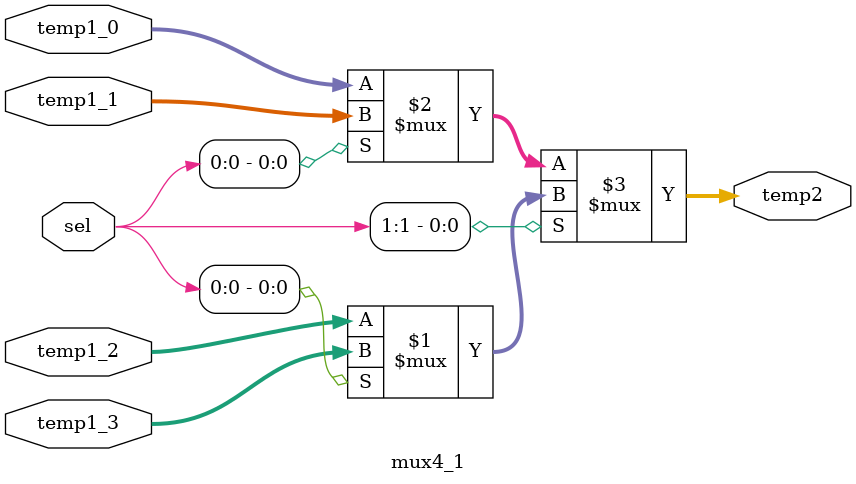
<source format=v>



module FFT
(
    input                   clk,reset,en,
    input       [31:0]      in_point0,in_point1,in_point2,in_point3,
    output      [31:0]      data_out,address,
    output                  we,done
);
wire    [31:0]    stage_1               [3:0];
wire    [31:0]    stage_2               [3:0];
wire    [31:0]    out_point0,out_point1,out_point2,out_point3;


//store
general_register point0( .D(in_point0),
                         .reset(reset), .clk(clk), .en(en),
                         .Q(stage_1[0]));

general_register point1( .D(in_point1),
                         .reset(reset), .clk(clk), .en(en),
                         .Q(stage_1[1]));

general_register point2( .D(in_point2),
                         .reset(reset), .clk(clk), .en(en),
                         .Q(stage_1[2]));

general_register point3( .D(in_point3),
                         .reset(reset), .clk(clk), .en(en),
                         .Q(stage_1[3]));

//compute node
butterfly stage1_0(.a(stage_1[0]),      .b(stage_1[2]),     .W(32'h00010000),
                   .x_even(stage_2[0]), .x_odd(stage_2[1]));

butterfly stage1_1(.a(stage_1[1]),      .b(stage_1[3]),     .W(32'h00010000),
                   .x_even(stage_2[2]), .x_odd(stage_2[3]));


//compute node
butterfly stage2_0(.a(stage_2[0]),     .b(stage_2[2]),     .W(32'h00010000),
                   .x_even(out_point0), .x_odd(out_point2));

butterfly stage2_1(.a(stage_2[1]),     .b(stage_2[3]),     .W(32'h0000FFFF),
                   .x_even(out_point3), .x_odd(out_point1));

controller control(.en(en), .clk(clk), .reset(reset),
                   .data_in_0(out_point0), .data_in_1(out_point1), .data_in_2(out_point2), .data_in_3(out_point3),
                   .we(we), .done(done),
                   .data_out(data_out), .address(address));

endmodule

///////////////////////BUTTERFLY////////////////////////////////////
module butterfly
(
    input       [31:0]      a,b,W,
    output      [31:0]      x_even,x_odd
);
wire    [31:0]      b_W;

complex_mult temp( .a(b[31:16]), .b(b[15:0]), .c(W[31:16]), .d(W[15:0]), .out(b_W));

adder_32bit even( .a(a), .b(b_W),
                  .real_cin('b0), .imag_cin('b0),
                  .sum(x_even));

adder_32bit odd ( .a(a), .b(b_W),
                  .real_cin('b1), .imag_cin('b1),
                  .sum(x_odd));


endmodule
///////////////////////CONTROLLER///////////////////////////////////
module controller
(
    input                   en,clk,reset,
    input       [31:0]      data_in_0,data_in_1,data_in_2,data_in_3,
    output                  we,done,
    output      [31:0]      data_out,address
);
reg     [2:0]   counter;
wire    [2:0]   count_temp;
wire            en_temp;
wire    [31:0]  data_out_temp,address_temp;

parameter address_0     ='h400100;
parameter address_1     ='h400110;
parameter address_2     ='h400120;
parameter address_3     ='h400130;
parameter address_done  ='h400060;

assign en_temp=(counter[2]&!counter[1]&counter[0])^en;
assign done=counter[2]&!counter[1]&counter[0];
assign we=en;

always @(posedge clk or posedge reset) begin
if(reset) counter <='b0;
else begin
    if (en_temp== 1) counter<=counter + 1;
end
end

adder_3bit sub( .a(counter), .b('b1),
                .cin('b1),
                .sum(count_temp));

mux4_1 data     ( .temp1_0(data_in_0), .temp1_1(data_in_1), .temp1_2(data_in_2), .temp1_3(data_in_3),
                  .sel(count_temp[1:0]),
                  .temp2(data_out_temp));

mux4_1 address_ ( .temp1_0(address_0), .temp1_1(address_1), .temp1_2(address_2), .temp1_3(address_3),
                  .sel(count_temp),
                  .temp2(address_temp));

assign data_out =done?{31'b0,done}:data_out_temp;
assign address  =done?address_done:address_temp;

endmodule
///////////////////////REGISTER/////////////////////////////////////

module general_register
(
	input					[31:0]		D,
	input			                    reset,clk,en,
	output	    reg         [31:0]		Q
);

always @ (posedge clk or posedge reset) begin
if(reset) Q<='b0;
else begin
	if (en==1) Q<=D;
end
end

endmodule


///////////////////////FULL ADDER_COMPLEX////////////////////////////

module adder_32bit
(
	input		[31:0]		a,b,
	input					real_cin,imag_cin,               //if 1 then subtract, 0 add
	output	    [31:0]		sum
);
wire            [15:0]      a_real,a_imag,b_real,b_imag;
wire			[15:0]		real_cout,imag_cout;

assign a_real=a[31:16];
assign b_real=b[31:16]^{16{real_cin}};
assign a_imag=a[15:0];
assign b_imag=b[15:0]^{16{imag_cin}};

adder a0  (.a(a_real[0]),  .b(b_real[0]),  .cin(real_cin),      .sum(sum[0]),  .cout(real_cout[0]));
adder a1  (.a(a_real[1]),  .b(b_real[1]),  .cin(real_cout[0]),  .sum(sum[1]),  .cout(real_cout[1]));
adder a2  (.a(a_real[2]),  .b(b_real[2]),  .cin(real_cout[1]),  .sum(sum[2]),  .cout(real_cout[2]));
adder a3  (.a(a_real[3]),  .b(b_real[3]),  .cin(real_cout[2]),  .sum(sum[3]),  .cout(real_cout[3]));
adder a4  (.a(a_real[4]),  .b(b_real[4]),  .cin(real_cout[3]),  .sum(sum[4]),  .cout(real_cout[4]));
adder a5  (.a(a_real[5]),  .b(b_real[5]),  .cin(real_cout[4]),  .sum(sum[5]),  .cout(real_cout[5]));
adder a6  (.a(a_real[6]),  .b(b_real[6]),  .cin(real_cout[5]),  .sum(sum[6]),  .cout(real_cout[6]));
adder a7  (.a(a_real[7]),  .b(b_real[7]),  .cin(real_cout[6]),  .sum(sum[7]),  .cout(real_cout[7]));
adder a8  (.a(a_real[8]),  .b(b_real[8]),  .cin(real_cout[7]),  .sum(sum[8]),  .cout(real_cout[8]));
adder a9  (.a(a_real[9]),  .b(b_real[9]),  .cin(real_cout[8]),  .sum(sum[9]),  .cout(real_cout[9]));
adder a10 (.a(a_real[10]), .b(b_real[10]), .cin(real_cout[9]),  .sum(sum[10]), .cout(real_cout[10]));
adder a11 (.a(a_real[11]), .b(b_real[11]), .cin(real_cout[10]), .sum(sum[11]), .cout(real_cout[11]));
adder a12 (.a(a_real[12]), .b(b_real[12]), .cin(real_cout[11]), .sum(sum[12]), .cout(real_cout[12]));
adder a13 (.a(a_real[13]), .b(b_real[13]), .cin(real_cout[12]), .sum(sum[13]), .cout(real_cout[13]));
adder a14 (.a(a_real[14]), .b(b_real[14]), .cin(real_cout[13]), .sum(sum[14]), .cout(real_cout[14]));
adder a15 (.a(a_real[15]), .b(b_real[15]), .cin(real_cout[14]), .sum(sum[15]), .cout(real_cout[15]));

adder a16 (.a(a_imag[0]),  .b(b_imag[0]),  .cin(imag_cin),      .sum(sum[16]), .cout(imag_cout[0]));
adder a17 (.a(a_imag[1]),  .b(b_imag[1]),  .cin(imag_cout[0]),  .sum(sum[17]), .cout(imag_cout[1]));
adder a18 (.a(a_imag[2]),  .b(b_imag[2]),  .cin(imag_cout[1]),  .sum(sum[18]), .cout(imag_cout[2]));
adder a19 (.a(a_imag[3]),  .b(b_imag[3]),  .cin(imag_cout[2]),  .sum(sum[19]), .cout(imag_cout[3]));
adder a20 (.a(a_imag[4]),  .b(b_imag[4]),  .cin(imag_cout[3]),  .sum(sum[20]), .cout(imag_cout[4]));
adder a21 (.a(a_imag[5]),  .b(b_imag[5]),  .cin(imag_cout[4]),  .sum(sum[21]), .cout(imag_cout[5]));
adder a22 (.a(a_imag[6]),  .b(b_imag[6]),  .cin(imag_cout[5]),  .sum(sum[22]), .cout(imag_cout[6]));
adder a23 (.a(a_imag[7]),  .b(b_imag[7]),  .cin(imag_cout[6]),  .sum(sum[23]), .cout(imag_cout[7]));
adder a24 (.a(a_imag[8]),  .b(b_imag[8]),  .cin(imag_cout[7]),  .sum(sum[24]), .cout(imag_cout[8]));
adder a25 (.a(a_imag[9]),  .b(b_imag[9]),  .cin(imag_cout[8]),  .sum(sum[25]), .cout(imag_cout[9]));
adder a26 (.a(a_imag[10]), .b(b_imag[10]), .cin(imag_cout[9]),  .sum(sum[26]), .cout(imag_cout[10]));
adder a27 (.a(a_imag[11]), .b(b_imag[11]), .cin(imag_cout[10]), .sum(sum[27]), .cout(imag_cout[11]));
adder a28 (.a(a_imag[12]), .b(b_imag[12]), .cin(imag_cout[11]), .sum(sum[28]), .cout(imag_cout[12]));
adder a29 (.a(a_imag[13]), .b(b_imag[13]), .cin(imag_cout[12]), .sum(sum[29]), .cout(imag_cout[13]));
adder a30 (.a(a_imag[14]), .b(b_imag[14]), .cin(imag_cout[13]), .sum(sum[30]), .cout(imag_cout[14]));
adder a31 (.a(a_imag[15]), .b(b_imag[15]), .cin(imag_cout[14]), .sum(sum[31]), .cout(imag_cout[15]));


endmodule
////////////3_bit_adder//////////////////////
module adder_3bit
(
	input		[2:0]		a,b,
	input					cin,               //if 1 then subtract, 0 add
	output	    [2:0]		sum
);
wire			[2:0]		cout;
wire            [2:0]       b_temp;

assign b_temp={3{cin}}^b;

adder a0  (.a(a[0]),  .b(b_temp[0]),  .cin(cin),      .sum(sum[0]),  .cout(cout[0]));
adder a1  (.a(a[1]),  .b(b_temp[1]),  .cin(cout[0]),  .sum(sum[1]),  .cout(cout[1]));
adder a2  (.a(a[2]),  .b(b_temp[2]),  .cin(cout[1]),  .sum(sum[2]),  .cout(cout[2]));

endmodule
/////////////half adder//////////////////////

module adder
(
	input				a,b,cin,
	output			    sum,cout
);

assign sum=(a^b)^cin;
assign cout=((a^b)&cin)|a&b;

endmodule

/////////////MUX/////////////////////////////

module mux4_1
(
	input 	[31:0]	temp1_0,temp1_1,temp1_2,temp1_3,
	input		[1:0]		sel,
	output	[31:0]	temp2
);

assign temp2=sel[1]?(sel[0]?temp1_3:temp1_2):(sel[0]?temp1_1:temp1_0);

endmodule

</source>
